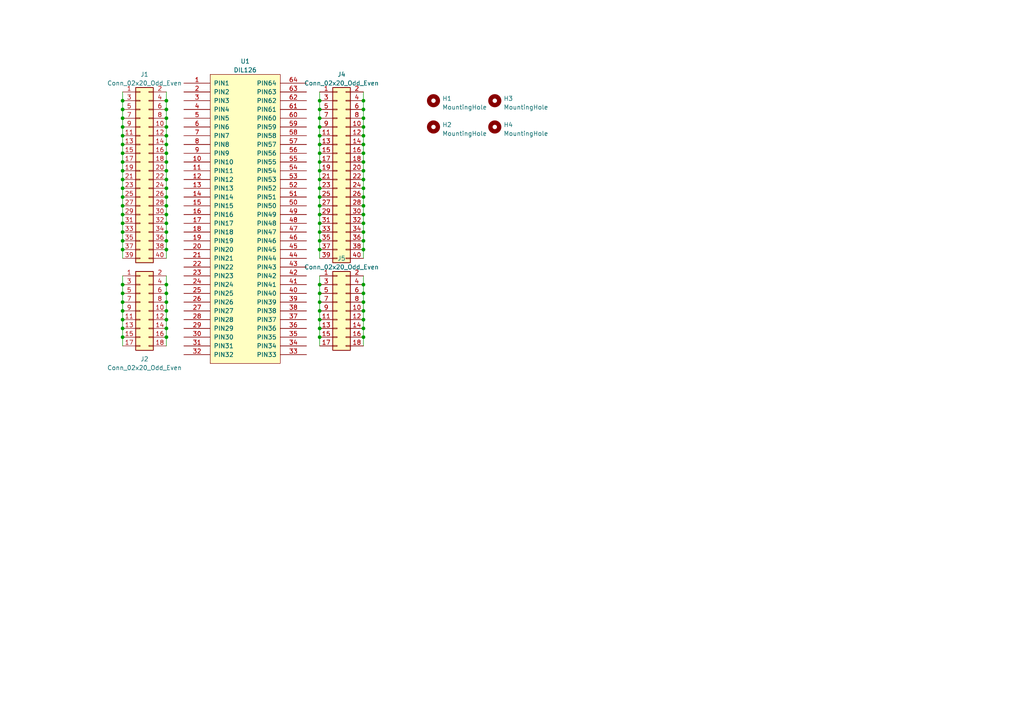
<source format=kicad_sch>
(kicad_sch (version 20230121) (generator eeschema)
  (paper "A4")
  (lib_symbols
    (symbol "Connector_Generic:Conn_02x09_Odd_Even" (pin_names (offset 1.016) hide)
      (property "Reference" "J" (at 1.27 12.7 0))
      (property "Value" "Conn_02x09_Odd_Even" (at 1.27 -12.7 0))
      (symbol "Conn_02x09_Odd_Even_1_1"
        (rectangle (start -1.27 -10.033) (end 0 -10.287) (stroke (width 0.1524)))
        (rectangle (start -1.27 -7.493) (end 0 -7.747) (stroke (width 0.1524)))
        (rectangle (start -1.27 -4.953) (end 0 -5.207) (stroke (width 0.1524)))
        (rectangle (start -1.27 -2.413) (end 0 -2.667) (stroke (width 0.1524)))
        (rectangle (start -1.27 0.127) (end 0 -0.127) (stroke (width 0.1524)))
        (rectangle (start -1.27 2.667) (end 0 2.413) (stroke (width 0.1524)))
        (rectangle (start -1.27 5.207) (end 0 4.953) (stroke (width 0.1524)))
        (rectangle (start -1.27 7.747) (end 0 7.493) (stroke (width 0.1524)))
        (rectangle (start -1.27 10.287) (end 0 10.033) (stroke (width 0.1524)))
        (rectangle (start -1.27 11.43) (end 3.81 -11.43) (stroke (width 0.254)) (fill (type background)))
        (rectangle (start 3.81 -10.033) (end 2.54 -10.287) (stroke (width 0.1524)))
        (rectangle (start 3.81 -7.493) (end 2.54 -7.747) (stroke (width 0.1524)))
        (rectangle (start 3.81 -4.953) (end 2.54 -5.207) (stroke (width 0.1524)))
        (rectangle (start 3.81 -2.413) (end 2.54 -2.667) (stroke (width 0.1524)))
        (rectangle (start 3.81 0.127) (end 2.54 -0.127) (stroke (width 0.1524)))
        (rectangle (start 3.81 2.667) (end 2.54 2.413) (stroke (width 0.1524)))
        (rectangle (start 3.81 5.207) (end 2.54 4.953) (stroke (width 0.1524)))
        (rectangle (start 3.81 7.747) (end 2.54 7.493) (stroke (width 0.1524)))
        (rectangle (start 3.81 10.287) (end 2.54 10.033) (stroke (width 0.1524)))
        (pin passive line (at -5.08 10.16 0) (length 3.81) (name "Pin_1") (number "1"))
        (pin passive line (at 7.62 0 180) (length 3.81) (name "Pin_10") (number "10"))
        (pin passive line (at -5.08 -2.54 0) (length 3.81) (name "Pin_11") (number "11"))
        (pin passive line (at 7.62 -2.54 180) (length 3.81) (name "Pin_12") (number "12"))
        (pin passive line (at -5.08 -5.08 0) (length 3.81) (name "Pin_13") (number "13"))
        (pin passive line (at 7.62 -5.08 180) (length 3.81) (name "Pin_14") (number "14"))
        (pin passive line (at -5.08 -7.62 0) (length 3.81) (name "Pin_15") (number "15"))
        (pin passive line (at 7.62 -7.62 180) (length 3.81) (name "Pin_16") (number "16"))
        (pin passive line (at -5.08 -10.16 0) (length 3.81) (name "Pin_17") (number "17"))
        (pin passive line (at 7.62 -10.16 180) (length 3.81) (name "Pin_18") (number "18"))
        (pin passive line (at 7.62 10.16 180) (length 3.81) (name "Pin_2") (number "2"))
        (pin passive line (at -5.08 7.62 0) (length 3.81) (name "Pin_3") (number "3"))
        (pin passive line (at 7.62 7.62 180) (length 3.81) (name "Pin_4") (number "4"))
        (pin passive line (at -5.08 5.08 0) (length 3.81) (name "Pin_5") (number "5"))
        (pin passive line (at 7.62 5.08 180) (length 3.81) (name "Pin_6") (number "6"))
        (pin passive line (at -5.08 2.54 0) (length 3.81) (name "Pin_7") (number "7"))
        (pin passive line (at 7.62 2.54 180) (length 3.81) (name "Pin_8") (number "8"))
        (pin passive line (at -5.08 0 0) (length 3.81) (name "Pin_9") (number "9"))
      )
    )
    (symbol "Connector_Generic:Conn_02x20_Odd_Even" (pin_names (offset 1.016) hide)
      (property "Reference" "J" (at 1.27 25.4 0))
      (property "Value" "Conn_02x20_Odd_Even" (at 1.27 -27.94 0))
      (symbol "Conn_02x20_Odd_Even_1_1"
        (rectangle (start -1.27 -25.273) (end 0 -25.527) (stroke (width 0.1524)))
        (rectangle (start -1.27 -22.733) (end 0 -22.987) (stroke (width 0.1524)))
        (rectangle (start -1.27 -20.193) (end 0 -20.447) (stroke (width 0.1524)))
        (rectangle (start -1.27 -17.653) (end 0 -17.907) (stroke (width 0.1524)))
        (rectangle (start -1.27 -15.113) (end 0 -15.367) (stroke (width 0.1524)))
        (rectangle (start -1.27 -12.573) (end 0 -12.827) (stroke (width 0.1524)))
        (rectangle (start -1.27 -10.033) (end 0 -10.287) (stroke (width 0.1524)))
        (rectangle (start -1.27 -7.493) (end 0 -7.747) (stroke (width 0.1524)))
        (rectangle (start -1.27 -4.953) (end 0 -5.207) (stroke (width 0.1524)))
        (rectangle (start -1.27 -2.413) (end 0 -2.667) (stroke (width 0.1524)))
        (rectangle (start -1.27 0.127) (end 0 -0.127) (stroke (width 0.1524)))
        (rectangle (start -1.27 2.667) (end 0 2.413) (stroke (width 0.1524)))
        (rectangle (start -1.27 5.207) (end 0 4.953) (stroke (width 0.1524)))
        (rectangle (start -1.27 7.747) (end 0 7.493) (stroke (width 0.1524)))
        (rectangle (start -1.27 10.287) (end 0 10.033) (stroke (width 0.1524)))
        (rectangle (start -1.27 12.827) (end 0 12.573) (stroke (width 0.1524)))
        (rectangle (start -1.27 15.367) (end 0 15.113) (stroke (width 0.1524)))
        (rectangle (start -1.27 17.907) (end 0 17.653) (stroke (width 0.1524)))
        (rectangle (start -1.27 20.447) (end 0 20.193) (stroke (width 0.1524)))
        (rectangle (start -1.27 22.987) (end 0 22.733) (stroke (width 0.1524)))
        (rectangle (start -1.27 24.13) (end 3.81 -26.67) (stroke (width 0.254)) (fill (type background)))
        (rectangle (start 3.81 -25.273) (end 2.54 -25.527) (stroke (width 0.1524)))
        (rectangle (start 3.81 -22.733) (end 2.54 -22.987) (stroke (width 0.1524)))
        (rectangle (start 3.81 -20.193) (end 2.54 -20.447) (stroke (width 0.1524)))
        (rectangle (start 3.81 -17.653) (end 2.54 -17.907) (stroke (width 0.1524)))
        (rectangle (start 3.81 -15.113) (end 2.54 -15.367) (stroke (width 0.1524)))
        (rectangle (start 3.81 -12.573) (end 2.54 -12.827) (stroke (width 0.1524)))
        (rectangle (start 3.81 -10.033) (end 2.54 -10.287) (stroke (width 0.1524)))
        (rectangle (start 3.81 -7.493) (end 2.54 -7.747) (stroke (width 0.1524)))
        (rectangle (start 3.81 -4.953) (end 2.54 -5.207) (stroke (width 0.1524)))
        (rectangle (start 3.81 -2.413) (end 2.54 -2.667) (stroke (width 0.1524)))
        (rectangle (start 3.81 0.127) (end 2.54 -0.127) (stroke (width 0.1524)))
        (rectangle (start 3.81 2.667) (end 2.54 2.413) (stroke (width 0.1524)))
        (rectangle (start 3.81 5.207) (end 2.54 4.953) (stroke (width 0.1524)))
        (rectangle (start 3.81 7.747) (end 2.54 7.493) (stroke (width 0.1524)))
        (rectangle (start 3.81 10.287) (end 2.54 10.033) (stroke (width 0.1524)))
        (rectangle (start 3.81 12.827) (end 2.54 12.573) (stroke (width 0.1524)))
        (rectangle (start 3.81 15.367) (end 2.54 15.113) (stroke (width 0.1524)))
        (rectangle (start 3.81 17.907) (end 2.54 17.653) (stroke (width 0.1524)))
        (rectangle (start 3.81 20.447) (end 2.54 20.193) (stroke (width 0.1524)))
        (rectangle (start 3.81 22.987) (end 2.54 22.733) (stroke (width 0.1524)))
        (pin passive line (at -5.08 22.86 0) (length 3.81) (name "Pin_1") (number "1"))
        (pin passive line (at 7.62 12.7 180) (length 3.81) (name "Pin_10") (number "10"))
        (pin passive line (at -5.08 10.16 0) (length 3.81) (name "Pin_11") (number "11"))
        (pin passive line (at 7.62 10.16 180) (length 3.81) (name "Pin_12") (number "12"))
        (pin passive line (at -5.08 7.62 0) (length 3.81) (name "Pin_13") (number "13"))
        (pin passive line (at 7.62 7.62 180) (length 3.81) (name "Pin_14") (number "14"))
        (pin passive line (at -5.08 5.08 0) (length 3.81) (name "Pin_15") (number "15"))
        (pin passive line (at 7.62 5.08 180) (length 3.81) (name "Pin_16") (number "16"))
        (pin passive line (at -5.08 2.54 0) (length 3.81) (name "Pin_17") (number "17"))
        (pin passive line (at 7.62 2.54 180) (length 3.81) (name "Pin_18") (number "18"))
        (pin passive line (at -5.08 0 0) (length 3.81) (name "Pin_19") (number "19"))
        (pin passive line (at 7.62 22.86 180) (length 3.81) (name "Pin_2") (number "2"))
        (pin passive line (at 7.62 0 180) (length 3.81) (name "Pin_20") (number "20"))
        (pin passive line (at -5.08 -2.54 0) (length 3.81) (name "Pin_21") (number "21"))
        (pin passive line (at 7.62 -2.54 180) (length 3.81) (name "Pin_22") (number "22"))
        (pin passive line (at -5.08 -5.08 0) (length 3.81) (name "Pin_23") (number "23"))
        (pin passive line (at 7.62 -5.08 180) (length 3.81) (name "Pin_24") (number "24"))
        (pin passive line (at -5.08 -7.62 0) (length 3.81) (name "Pin_25") (number "25"))
        (pin passive line (at 7.62 -7.62 180) (length 3.81) (name "Pin_26") (number "26"))
        (pin passive line (at -5.08 -10.16 0) (length 3.81) (name "Pin_27") (number "27"))
        (pin passive line (at 7.62 -10.16 180) (length 3.81) (name "Pin_28") (number "28"))
        (pin passive line (at -5.08 -12.7 0) (length 3.81) (name "Pin_29") (number "29"))
        (pin passive line (at -5.08 20.32 0) (length 3.81) (name "Pin_3") (number "3"))
        (pin passive line (at 7.62 -12.7 180) (length 3.81) (name "Pin_30") (number "30"))
        (pin passive line (at -5.08 -15.24 0) (length 3.81) (name "Pin_31") (number "31"))
        (pin passive line (at 7.62 -15.24 180) (length 3.81) (name "Pin_32") (number "32"))
        (pin passive line (at -5.08 -17.78 0) (length 3.81) (name "Pin_33") (number "33"))
        (pin passive line (at 7.62 -17.78 180) (length 3.81) (name "Pin_34") (number "34"))
        (pin passive line (at -5.08 -20.32 0) (length 3.81) (name "Pin_35") (number "35"))
        (pin passive line (at 7.62 -20.32 180) (length 3.81) (name "Pin_36") (number "36"))
        (pin passive line (at -5.08 -22.86 0) (length 3.81) (name "Pin_37") (number "37"))
        (pin passive line (at 7.62 -22.86 180) (length 3.81) (name "Pin_38") (number "38"))
        (pin passive line (at -5.08 -25.4 0) (length 3.81) (name "Pin_39") (number "39"))
        (pin passive line (at 7.62 20.32 180) (length 3.81) (name "Pin_4") (number "4"))
        (pin passive line (at 7.62 -25.4 180) (length 3.81) (name "Pin_40") (number "40"))
        (pin passive line (at -5.08 17.78 0) (length 3.81) (name "Pin_5") (number "5"))
        (pin passive line (at 7.62 17.78 180) (length 3.81) (name "Pin_6") (number "6"))
        (pin passive line (at -5.08 15.24 0) (length 3.81) (name "Pin_7") (number "7"))
        (pin passive line (at 7.62 15.24 180) (length 3.81) (name "Pin_8") (number "8"))
        (pin passive line (at -5.08 12.7 0) (length 3.81) (name "Pin_9") (number "9"))
      )
    )
    (symbol "GenericICs:DIL64" (pin_names (offset 1.016))
      (property "Reference" "U" (at 0 83.82 0))
      (property "Value" "DIL64" (at 0 2.54 0))
      (symbol "DIL64_1_0"
        (rectangle (start -10.16 81.28) (end 10.16 -2.54) (fill (type background)))
      )
      (symbol "DIL64_1_1"
        (pin unspecified line (at -17.78 78.74 0) (length 7.62) (name "PIN1") (number "1"))
        (pin unspecified line (at -17.78 55.88 0) (length 7.62) (name "PIN10") (number "10"))
        (pin unspecified line (at -17.78 53.34 0) (length 7.62) (name "PIN11") (number "11"))
        (pin unspecified line (at -17.78 50.8 0) (length 7.62) (name "PIN12") (number "12"))
        (pin unspecified line (at -17.78 48.26 0) (length 7.62) (name "PIN13") (number "13"))
        (pin unspecified line (at -17.78 45.72 0) (length 7.62) (name "PIN14") (number "14"))
        (pin unspecified line (at -17.78 43.18 0) (length 7.62) (name "PIN15") (number "15"))
        (pin unspecified line (at -17.78 40.64 0) (length 7.62) (name "PIN16") (number "16"))
        (pin unspecified line (at -17.78 38.1 0) (length 7.62) (name "PIN17") (number "17"))
        (pin unspecified line (at -17.78 35.56 0) (length 7.62) (name "PIN18") (number "18"))
        (pin unspecified line (at -17.78 33.02 0) (length 7.62) (name "PIN19") (number "19"))
        (pin unspecified line (at -17.78 76.2 0) (length 7.62) (name "PIN2") (number "2"))
        (pin unspecified line (at -17.78 30.48 0) (length 7.62) (name "PIN20") (number "20"))
        (pin unspecified line (at -17.78 27.94 0) (length 7.62) (name "PIN21") (number "21"))
        (pin unspecified line (at -17.78 25.4 0) (length 7.62) (name "PIN22") (number "22"))
        (pin unspecified line (at -17.78 22.86 0) (length 7.62) (name "PIN23") (number "23"))
        (pin unspecified line (at -17.78 20.32 0) (length 7.62) (name "PIN24") (number "24"))
        (pin unspecified line (at -17.78 17.78 0) (length 7.62) (name "PIN25") (number "25"))
        (pin unspecified line (at -17.78 15.24 0) (length 7.62) (name "PIN26") (number "26"))
        (pin unspecified line (at -17.78 12.7 0) (length 7.62) (name "PIN27") (number "27"))
        (pin unspecified line (at -17.78 10.16 0) (length 7.62) (name "PIN28") (number "28"))
        (pin unspecified line (at -17.78 7.62 0) (length 7.62) (name "PIN29") (number "29"))
        (pin unspecified line (at -17.78 73.66 0) (length 7.62) (name "PIN3") (number "3"))
        (pin unspecified line (at -17.78 5.08 0) (length 7.62) (name "PIN30") (number "30"))
        (pin unspecified line (at -17.78 2.54 0) (length 7.62) (name "PIN31") (number "31"))
        (pin unspecified line (at -17.78 0 0) (length 7.62) (name "PIN32") (number "32"))
        (pin unspecified line (at 17.78 0 180) (length 7.62) (name "PIN33") (number "33"))
        (pin unspecified line (at 17.78 2.54 180) (length 7.62) (name "PIN34") (number "34"))
        (pin unspecified line (at 17.78 5.08 180) (length 7.62) (name "PIN35") (number "35"))
        (pin unspecified line (at 17.78 7.62 180) (length 7.62) (name "PIN36") (number "36"))
        (pin unspecified line (at 17.78 10.16 180) (length 7.62) (name "PIN37") (number "37"))
        (pin unspecified line (at 17.78 12.7 180) (length 7.62) (name "PIN38") (number "38"))
        (pin unspecified line (at 17.78 15.24 180) (length 7.62) (name "PIN39") (number "39"))
        (pin unspecified line (at -17.78 71.12 0) (length 7.62) (name "PIN4") (number "4"))
        (pin unspecified line (at 17.78 17.78 180) (length 7.62) (name "PIN40") (number "40"))
        (pin unspecified line (at 17.78 20.32 180) (length 7.62) (name "PIN41") (number "41"))
        (pin unspecified line (at 17.78 22.86 180) (length 7.62) (name "PIN42") (number "42"))
        (pin unspecified line (at 17.78 25.4 180) (length 7.62) (name "PIN43") (number "43"))
        (pin unspecified line (at 17.78 27.94 180) (length 7.62) (name "PIN44") (number "44"))
        (pin unspecified line (at 17.78 30.48 180) (length 7.62) (name "PIN45") (number "45"))
        (pin unspecified line (at 17.78 33.02 180) (length 7.62) (name "PIN46") (number "46"))
        (pin unspecified line (at 17.78 35.56 180) (length 7.62) (name "PIN47") (number "47"))
        (pin unspecified line (at 17.78 38.1 180) (length 7.62) (name "PIN48") (number "48"))
        (pin unspecified line (at 17.78 40.64 180) (length 7.62) (name "PIN49") (number "49"))
        (pin unspecified line (at -17.78 68.58 0) (length 7.62) (name "PIN5") (number "5"))
        (pin unspecified line (at 17.78 43.18 180) (length 7.62) (name "PIN50") (number "50"))
        (pin unspecified line (at 17.78 45.72 180) (length 7.62) (name "PIN51") (number "51"))
        (pin unspecified line (at 17.78 48.26 180) (length 7.62) (name "PIN52") (number "52"))
        (pin unspecified line (at 17.78 50.8 180) (length 7.62) (name "PIN53") (number "53"))
        (pin unspecified line (at 17.78 53.34 180) (length 7.62) (name "PIN54") (number "54"))
        (pin unspecified line (at 17.78 55.88 180) (length 7.62) (name "PIN55") (number "55"))
        (pin unspecified line (at 17.78 58.42 180) (length 7.62) (name "PIN56") (number "56"))
        (pin unspecified line (at 17.78 60.96 180) (length 7.62) (name "PIN57") (number "57"))
        (pin unspecified line (at 17.78 63.5 180) (length 7.62) (name "PIN58") (number "58"))
        (pin unspecified line (at 17.78 66.04 180) (length 7.62) (name "PIN59") (number "59"))
        (pin unspecified line (at -17.78 66.04 0) (length 7.62) (name "PIN6") (number "6"))
        (pin unspecified line (at 17.78 68.58 180) (length 7.62) (name "PIN60") (number "60"))
        (pin unspecified line (at 17.78 71.12 180) (length 7.62) (name "PIN61") (number "61"))
        (pin unspecified line (at 17.78 73.66 180) (length 7.62) (name "PIN62") (number "62"))
        (pin unspecified line (at 17.78 76.2 180) (length 7.62) (name "PIN63") (number "63"))
        (pin unspecified line (at 17.78 78.74 180) (length 7.62) (name "PIN64") (number "64"))
        (pin unspecified line (at -17.78 63.5 0) (length 7.62) (name "PIN7") (number "7"))
        (pin unspecified line (at -17.78 60.96 0) (length 7.62) (name "PIN8") (number "8"))
        (pin unspecified line (at -17.78 58.42 0) (length 7.62) (name "PIN9") (number "9"))
      )
    )
    (symbol "Mechanical:MountingHole" (pin_names (offset 1.016))
      (property "Reference" "H" (at 0 5.08 0))
      (property "Value" "MountingHole" (at 0 3.175 0))
      (symbol "MountingHole_0_1"
        (circle (center 0 0) (radius 1.27) (stroke (width 1.27)))
      )
    )
  )
  (junction (at 35.56 87.63))
  (junction (at 48.26 34.29))
  (junction (at 48.26 29.21))
  (junction (at 48.26 41.91))
  (junction (at 105.41 41.91))
  (junction (at 105.41 62.23))
  (junction (at 48.26 67.31))
  (junction (at 105.41 85.09))
  (junction (at 92.71 87.63))
  (junction (at 92.71 69.85))
  (junction (at 48.26 62.23))
  (junction (at 92.71 62.23))
  (junction (at 35.56 72.39))
  (junction (at 35.56 31.75))
  (junction (at 92.71 85.09))
  (junction (at 105.41 59.69))
  (junction (at 105.41 46.99))
  (junction (at 35.56 62.23))
  (junction (at 35.56 57.15))
  (junction (at 105.41 57.15))
  (junction (at 35.56 44.45))
  (junction (at 92.71 97.79))
  (junction (at 48.26 87.63))
  (junction (at 105.41 52.07))
  (junction (at 35.56 82.55))
  (junction (at 35.56 69.85))
  (junction (at 92.71 67.31))
  (junction (at 105.41 49.53))
  (junction (at 105.41 34.29))
  (junction (at 35.56 85.09))
  (junction (at 48.26 44.45))
  (junction (at 92.71 41.91))
  (junction (at 48.26 57.15))
  (junction (at 92.71 46.99))
  (junction (at 105.41 82.55))
  (junction (at 35.56 29.21))
  (junction (at 92.71 36.83))
  (junction (at 105.41 90.17))
  (junction (at 92.71 29.21))
  (junction (at 35.56 64.77))
  (junction (at 92.71 72.39))
  (junction (at 48.26 64.77))
  (junction (at 48.26 90.17))
  (junction (at 48.26 54.61))
  (junction (at 48.26 97.79))
  (junction (at 92.71 39.37))
  (junction (at 48.26 95.25))
  (junction (at 35.56 90.17))
  (junction (at 105.41 95.25))
  (junction (at 105.41 87.63))
  (junction (at 48.26 72.39))
  (junction (at 35.56 46.99))
  (junction (at 92.71 59.69))
  (junction (at 48.26 59.69))
  (junction (at 105.41 36.83))
  (junction (at 105.41 97.79))
  (junction (at 105.41 64.77))
  (junction (at 92.71 64.77))
  (junction (at 92.71 92.71))
  (junction (at 92.71 90.17))
  (junction (at 35.56 52.07))
  (junction (at 48.26 82.55))
  (junction (at 92.71 54.61))
  (junction (at 48.26 52.07))
  (junction (at 35.56 54.61))
  (junction (at 105.41 92.71))
  (junction (at 48.26 85.09))
  (junction (at 92.71 52.07))
  (junction (at 92.71 31.75))
  (junction (at 105.41 72.39))
  (junction (at 48.26 69.85))
  (junction (at 48.26 49.53))
  (junction (at 35.56 41.91))
  (junction (at 92.71 82.55))
  (junction (at 35.56 59.69))
  (junction (at 92.71 57.15))
  (junction (at 92.71 95.25))
  (junction (at 105.41 29.21))
  (junction (at 105.41 31.75))
  (junction (at 48.26 36.83))
  (junction (at 48.26 31.75))
  (junction (at 35.56 92.71))
  (junction (at 48.26 39.37))
  (junction (at 105.41 54.61))
  (junction (at 92.71 49.53))
  (junction (at 35.56 36.83))
  (junction (at 48.26 46.99))
  (junction (at 35.56 34.29))
  (junction (at 92.71 44.45))
  (junction (at 35.56 39.37))
  (junction (at 105.41 44.45))
  (junction (at 105.41 69.85))
  (junction (at 35.56 49.53))
  (junction (at 105.41 39.37))
  (junction (at 48.26 92.71))
  (junction (at 35.56 67.31))
  (junction (at 35.56 97.79))
  (junction (at 35.56 95.25))
  (junction (at 105.41 67.31))
  (junction (at 92.71 34.29))
  (wire (pts (xy 92.71 82.55) (xy 92.71 85.09)))
  (wire (pts (xy 92.71 44.45) (xy 92.71 46.99)))
  (wire (pts (xy 105.41 46.99) (xy 105.41 49.53)))
  (wire (pts (xy 48.26 54.61) (xy 48.26 57.15)))
  (wire (pts (xy 35.56 44.45) (xy 35.56 46.99)))
  (wire (pts (xy 48.26 34.29) (xy 48.26 36.83)))
  (wire (pts (xy 92.71 64.77) (xy 92.71 67.31)))
  (wire (pts (xy 35.56 72.39) (xy 35.56 74.93)))
  (wire (pts (xy 105.41 49.53) (xy 105.41 52.07)))
  (wire (pts (xy 105.41 57.15) (xy 105.41 59.69)))
  (wire (pts (xy 35.56 64.77) (xy 35.56 67.31)))
  (wire (pts (xy 48.26 82.55) (xy 48.26 85.09)))
  (wire (pts (xy 35.56 59.69) (xy 35.56 62.23)))
  (wire (pts (xy 92.71 87.63) (xy 92.71 90.17)))
  (wire (pts (xy 92.71 67.31) (xy 92.71 69.85)))
  (wire (pts (xy 48.26 72.39) (xy 48.26 74.93)))
  (wire (pts (xy 92.71 26.67) (xy 92.71 29.21)))
  (wire (pts (xy 92.71 49.53) (xy 92.71 52.07)))
  (wire (pts (xy 35.56 29.21) (xy 35.56 31.75)))
  (wire (pts (xy 105.41 87.63) (xy 105.41 90.17)))
  (wire (pts (xy 92.71 95.25) (xy 92.71 97.79)))
  (wire (pts (xy 48.26 52.07) (xy 48.26 54.61)))
  (wire (pts (xy 35.56 41.91) (xy 35.56 44.45)))
  (wire (pts (xy 92.71 46.99) (xy 92.71 49.53)))
  (wire (pts (xy 92.71 54.61) (xy 92.71 57.15)))
  (wire (pts (xy 48.26 44.45) (xy 48.26 46.99)))
  (wire (pts (xy 48.26 29.21) (xy 48.26 31.75)))
  (wire (pts (xy 35.56 57.15) (xy 35.56 59.69)))
  (wire (pts (xy 105.41 62.23) (xy 105.41 64.77)))
  (wire (pts (xy 105.41 64.77) (xy 105.41 67.31)))
  (wire (pts (xy 105.41 41.91) (xy 105.41 44.45)))
  (wire (pts (xy 105.41 31.75) (xy 105.41 34.29)))
  (wire (pts (xy 48.26 31.75) (xy 48.26 34.29)))
  (wire (pts (xy 48.26 85.09) (xy 48.26 87.63)))
  (wire (pts (xy 92.71 31.75) (xy 92.71 34.29)))
  (wire (pts (xy 48.26 62.23) (xy 48.26 64.77)))
  (wire (pts (xy 105.41 34.29) (xy 105.41 36.83)))
  (wire (pts (xy 105.41 29.21) (xy 105.41 31.75)))
  (wire (pts (xy 105.41 52.07) (xy 105.41 54.61)))
  (wire (pts (xy 35.56 92.71) (xy 35.56 95.25)))
  (wire (pts (xy 92.71 69.85) (xy 92.71 72.39)))
  (wire (pts (xy 35.56 31.75) (xy 35.56 34.29)))
  (wire (pts (xy 105.41 95.25) (xy 105.41 97.79)))
  (wire (pts (xy 92.71 57.15) (xy 92.71 59.69)))
  (wire (pts (xy 48.26 95.25) (xy 48.26 97.79)))
  (wire (pts (xy 105.41 67.31) (xy 105.41 69.85)))
  (wire (pts (xy 92.71 90.17) (xy 92.71 92.71)))
  (wire (pts (xy 35.56 26.67) (xy 35.56 29.21)))
  (wire (pts (xy 92.71 62.23) (xy 92.71 64.77)))
  (wire (pts (xy 35.56 87.63) (xy 35.56 90.17)))
  (wire (pts (xy 92.71 52.07) (xy 92.71 54.61)))
  (wire (pts (xy 92.71 29.21) (xy 92.71 31.75)))
  (wire (pts (xy 35.56 62.23) (xy 35.56 64.77)))
  (wire (pts (xy 92.71 72.39) (xy 92.71 74.93)))
  (wire (pts (xy 48.26 97.79) (xy 48.26 100.33)))
  (wire (pts (xy 105.41 92.71) (xy 105.41 95.25)))
  (wire (pts (xy 35.56 46.99) (xy 35.56 49.53)))
  (wire (pts (xy 35.56 90.17) (xy 35.56 92.71)))
  (wire (pts (xy 105.41 85.09) (xy 105.41 87.63)))
  (wire (pts (xy 35.56 95.25) (xy 35.56 97.79)))
  (wire (pts (xy 48.26 59.69) (xy 48.26 62.23)))
  (wire (pts (xy 105.41 44.45) (xy 105.41 46.99)))
  (wire (pts (xy 35.56 80.01) (xy 35.56 82.55)))
  (wire (pts (xy 48.26 67.31) (xy 48.26 69.85)))
  (wire (pts (xy 48.26 80.01) (xy 48.26 82.55)))
  (wire (pts (xy 105.41 72.39) (xy 105.41 74.93)))
  (wire (pts (xy 48.26 36.83) (xy 48.26 39.37)))
  (wire (pts (xy 92.71 85.09) (xy 92.71 87.63)))
  (wire (pts (xy 92.71 59.69) (xy 92.71 62.23)))
  (wire (pts (xy 48.26 41.91) (xy 48.26 44.45)))
  (wire (pts (xy 105.41 80.01) (xy 105.41 82.55)))
  (wire (pts (xy 35.56 52.07) (xy 35.56 54.61)))
  (wire (pts (xy 105.41 36.83) (xy 105.41 39.37)))
  (wire (pts (xy 35.56 69.85) (xy 35.56 72.39)))
  (wire (pts (xy 92.71 34.29) (xy 92.71 36.83)))
  (wire (pts (xy 35.56 97.79) (xy 35.56 100.33)))
  (wire (pts (xy 105.41 82.55) (xy 105.41 85.09)))
  (wire (pts (xy 92.71 80.01) (xy 92.71 82.55)))
  (wire (pts (xy 35.56 82.55) (xy 35.56 85.09)))
  (wire (pts (xy 35.56 36.83) (xy 35.56 39.37)))
  (wire (pts (xy 48.26 92.71) (xy 48.26 95.25)))
  (wire (pts (xy 48.26 69.85) (xy 48.26 72.39)))
  (wire (pts (xy 35.56 67.31) (xy 35.56 69.85)))
  (wire (pts (xy 105.41 59.69) (xy 105.41 62.23)))
  (wire (pts (xy 35.56 85.09) (xy 35.56 87.63)))
  (wire (pts (xy 48.26 49.53) (xy 48.26 52.07)))
  (wire (pts (xy 92.71 36.83) (xy 92.71 39.37)))
  (wire (pts (xy 35.56 54.61) (xy 35.56 57.15)))
  (wire (pts (xy 35.56 39.37) (xy 35.56 41.91)))
  (wire (pts (xy 48.26 87.63) (xy 48.26 90.17)))
  (wire (pts (xy 105.41 97.79) (xy 105.41 100.33)))
  (wire (pts (xy 35.56 49.53) (xy 35.56 52.07)))
  (wire (pts (xy 92.71 39.37) (xy 92.71 41.91)))
  (wire (pts (xy 105.41 39.37) (xy 105.41 41.91)))
  (wire (pts (xy 48.26 64.77) (xy 48.26 67.31)))
  (wire (pts (xy 105.41 69.85) (xy 105.41 72.39)))
  (wire (pts (xy 48.26 26.67) (xy 48.26 29.21)))
  (wire (pts (xy 92.71 92.71) (xy 92.71 95.25)))
  (wire (pts (xy 48.26 90.17) (xy 48.26 92.71)))
  (wire (pts (xy 105.41 90.17) (xy 105.41 92.71)))
  (wire (pts (xy 48.26 46.99) (xy 48.26 49.53)))
  (wire (pts (xy 48.26 39.37) (xy 48.26 41.91)))
  (wire (pts (xy 92.71 41.91) (xy 92.71 44.45)))
  (wire (pts (xy 35.56 34.29) (xy 35.56 36.83)))
  (wire (pts (xy 105.41 54.61) (xy 105.41 57.15)))
  (wire (pts (xy 48.26 57.15) (xy 48.26 59.69)))
  (wire (pts (xy 105.41 26.67) (xy 105.41 29.21)))
  (wire (pts (xy 92.71 97.79) (xy 92.71 100.33)))
  (symbol (lib_id "Connector_Generic:Conn_02x09_Odd_Even") (at 40.64 90.17 0) (unit 1)
    (property "Reference" "J2" (at 41.91 104.14 0))
    (property "Value" "Conn_02x20_Odd_Even" (at 41.91 106.68 0))
    (property "Footprint" "Connector_PinHeader_2.54mm:PinHeader_2x09_P2.54mm_Vertical" (effects hide))
  )
  (symbol (lib_id "Connector_Generic:Conn_02x20_Odd_Even") (at 97.79 49.53 0) (unit 1)
    (property "Reference" "J4" (at 99.06 21.59 0))
    (property "Value" "Conn_02x20_Odd_Even" (at 99.06 24.13 0))
    (property "Footprint" "Connector_PinHeader_2.54mm:PinHeader_2x20_P2.54mm_Vertical" (effects hide))
  )
  (symbol (lib_id "Mechanical:MountingHole") (at 143.51 29.21 0) (unit 1)
    (property "Reference" "H3" (at 146.05 28.575 0) (effects (justify left)))
    (property "Value" "MountingHole" (at 146.05 31.115 0) (effects (justify left)))
    (property "Footprint" "ExtraFootprints:MountingHole_3.5mm_with_Stencil_hole" (effects hide))
  )
  (symbol (lib_id "GenericICs:DIL64") (at 71.12 102.87 0) (unit 1)
    (property "Reference" "U1" (at 71.12 17.78 0))
    (property "Value" "DIL126" (at 71.12 20.32 0))
    (property "Footprint" "Dev:DIP-64" (effects hide))
    (property "Datasheet" "DOCUMENTATION" (effects hide))
  )
  (symbol (lib_id "Connector_Generic:Conn_02x20_Odd_Even") (at 40.64 49.53 0) (unit 1)
    (property "Reference" "J1" (at 41.91 21.59 0))
    (property "Value" "Conn_02x20_Odd_Even" (at 41.91 24.13 0))
    (property "Footprint" "Connector_PinHeader_2.54mm:PinHeader_2x20_P2.54mm_Vertical" (effects hide))
  )
  (symbol (lib_id "Connector_Generic:Conn_02x09_Odd_Even") (at 97.79 90.17 0) (unit 1)
    (property "Reference" "J5" (at 99.06 74.93 0))
    (property "Value" "Conn_02x20_Odd_Even" (at 99.06 77.47 0))
    (property "Footprint" "Connector_PinHeader_2.54mm:PinHeader_2x09_P2.54mm_Vertical" (effects hide))
  )
  (symbol (lib_id "Mechanical:MountingHole") (at 125.73 36.83 0) (unit 1)
    (property "Reference" "H2" (at 128.27 36.195 0) (effects (justify left)))
    (property "Value" "MountingHole" (at 128.27 38.735 0) (effects (justify left)))
    (property "Footprint" "ExtraFootprints:MountingHole_3.5mm_with_Stencil_hole" (effects hide))
  )
  (symbol (lib_id "Mechanical:MountingHole") (at 125.73 29.21 0) (unit 1)
    (property "Reference" "H1" (at 128.27 28.575 0) (effects (justify left)))
    (property "Value" "MountingHole" (at 128.27 31.115 0) (effects (justify left)))
    (property "Footprint" "ExtraFootprints:MountingHole_3.5mm_with_Stencil_hole" (effects hide))
  )
  (symbol (lib_id "Mechanical:MountingHole") (at 143.51 36.83 0) (unit 1)
    (property "Reference" "H4" (at 146.05 36.195 0) (effects (justify left)))
    (property "Value" "MountingHole" (at 146.05 38.735 0) (effects (justify left)))
    (property "Footprint" "ExtraFootprints:MountingHole_3.5mm_with_Stencil_hole" (effects hide))
  )
)
</source>
